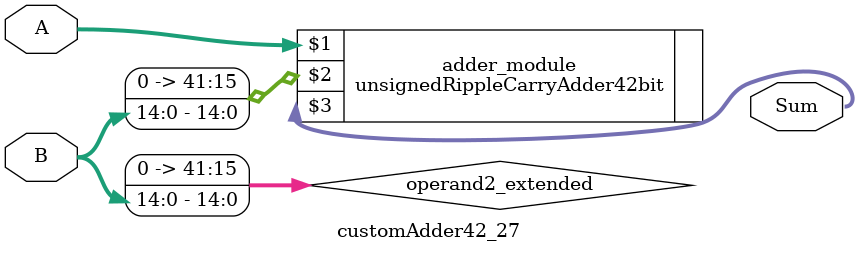
<source format=v>
module customAdder42_27(
                        input [41 : 0] A,
                        input [14 : 0] B,
                        
                        output [42 : 0] Sum
                );

        wire [41 : 0] operand2_extended;
        
        assign operand2_extended =  {27'b0, B};
        
        unsignedRippleCarryAdder42bit adder_module(
            A,
            operand2_extended,
            Sum
        );
        
        endmodule
        
</source>
